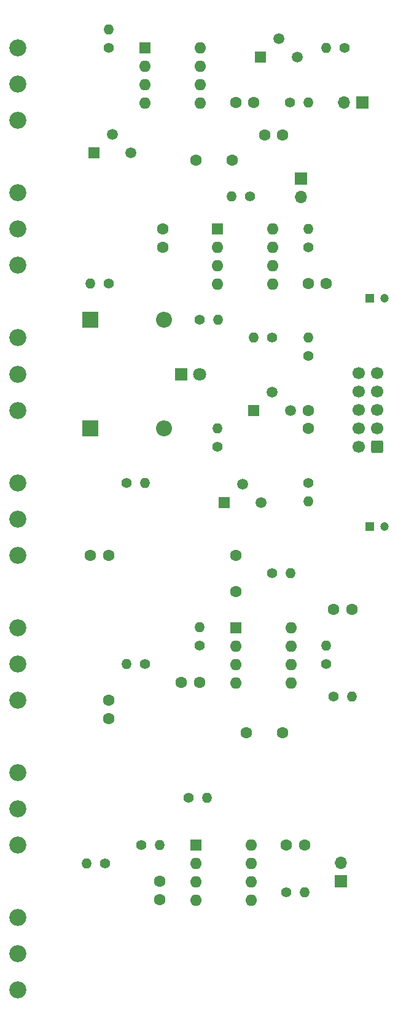
<source format=gts>
G04 #@! TF.GenerationSoftware,KiCad,Pcbnew,6.0.6-3a73a75311~116~ubuntu20.04.1*
G04 #@! TF.CreationDate,2022-07-16T23:38:47+01:00*
G04 #@! TF.ProjectId,555kick,3535356b-6963-46b2-9e6b-696361645f70,rev?*
G04 #@! TF.SameCoordinates,Original*
G04 #@! TF.FileFunction,Soldermask,Top*
G04 #@! TF.FilePolarity,Negative*
%FSLAX46Y46*%
G04 Gerber Fmt 4.6, Leading zero omitted, Abs format (unit mm)*
G04 Created by KiCad (PCBNEW 6.0.6-3a73a75311~116~ubuntu20.04.1) date 2022-07-16 23:38:47*
%MOMM*%
%LPD*%
G01*
G04 APERTURE LIST*
G04 Aperture macros list*
%AMRoundRect*
0 Rectangle with rounded corners*
0 $1 Rounding radius*
0 $2 $3 $4 $5 $6 $7 $8 $9 X,Y pos of 4 corners*
0 Add a 4 corners polygon primitive as box body*
4,1,4,$2,$3,$4,$5,$6,$7,$8,$9,$2,$3,0*
0 Add four circle primitives for the rounded corners*
1,1,$1+$1,$2,$3*
1,1,$1+$1,$4,$5*
1,1,$1+$1,$6,$7*
1,1,$1+$1,$8,$9*
0 Add four rect primitives between the rounded corners*
20,1,$1+$1,$2,$3,$4,$5,0*
20,1,$1+$1,$4,$5,$6,$7,0*
20,1,$1+$1,$6,$7,$8,$9,0*
20,1,$1+$1,$8,$9,$2,$3,0*%
G04 Aperture macros list end*
%ADD10O,1.600000X1.600000*%
%ADD11R,1.600000X1.600000*%
%ADD12C,2.340000*%
%ADD13C,1.600000*%
%ADD14C,1.200000*%
%ADD15R,1.200000X1.200000*%
%ADD16C,1.800000*%
%ADD17R,1.800000X1.800000*%
%ADD18O,2.200000X2.200000*%
%ADD19R,2.200000X2.200000*%
%ADD20R,1.700000X1.700000*%
%ADD21O,1.700000X1.700000*%
%ADD22RoundRect,0.250000X0.600000X0.600000X-0.600000X0.600000X-0.600000X-0.600000X0.600000X-0.600000X0*%
%ADD23C,1.700000*%
%ADD24C,1.500000*%
%ADD25R,1.500000X1.500000*%
%ADD26O,1.400000X1.400000*%
%ADD27C,1.400000*%
G04 APERTURE END LIST*
D10*
X137620000Y-49500000D03*
X137620000Y-52040000D03*
X137620000Y-54580000D03*
X137620000Y-57120000D03*
X130000000Y-57120000D03*
X130000000Y-54580000D03*
X130000000Y-52040000D03*
D11*
X130000000Y-49500000D03*
D12*
X112500000Y-139500000D03*
X112500000Y-134500000D03*
X112500000Y-129500000D03*
X112500000Y-109500000D03*
X112500000Y-114500000D03*
X112500000Y-119500000D03*
D13*
X149000000Y-61500000D03*
X146500000Y-61500000D03*
D14*
X163000000Y-84000000D03*
D15*
X161000000Y-84000000D03*
D14*
X163000000Y-115500000D03*
D15*
X161000000Y-115500000D03*
D13*
X145000000Y-57000000D03*
X142500000Y-57000000D03*
X142000000Y-65000000D03*
X137000000Y-65000000D03*
X152000000Y-159500000D03*
X149500000Y-159500000D03*
X132000000Y-167000000D03*
X132000000Y-164500000D03*
X132500000Y-74500000D03*
X132500000Y-77000000D03*
X155000000Y-82000000D03*
X152500000Y-82000000D03*
X158500000Y-127000000D03*
X156000000Y-127000000D03*
X137500000Y-137000000D03*
X135000000Y-137000000D03*
X144000000Y-144000000D03*
X149000000Y-144000000D03*
X125000000Y-142000000D03*
X125000000Y-139500000D03*
X125000000Y-119500000D03*
X122500000Y-119500000D03*
X142500000Y-119500000D03*
X142500000Y-124500000D03*
X152500000Y-99500000D03*
X152500000Y-102000000D03*
D16*
X137540000Y-94500000D03*
D17*
X135000000Y-94500000D03*
D18*
X132660000Y-87000000D03*
D19*
X122500000Y-87000000D03*
D18*
X132660000Y-102000000D03*
D19*
X122500000Y-102000000D03*
D12*
X112500000Y-59500000D03*
X112500000Y-54500000D03*
X112500000Y-49500000D03*
X112500000Y-79500000D03*
X112500000Y-74500000D03*
X112500000Y-69500000D03*
D20*
X160000000Y-57000000D03*
D21*
X157460000Y-57000000D03*
D22*
X162000000Y-104500000D03*
D23*
X159460000Y-104500000D03*
X162000000Y-101960000D03*
X159460000Y-101960000D03*
X162000000Y-99420000D03*
X159460000Y-99420000D03*
X162000000Y-96880000D03*
X159460000Y-96880000D03*
X162000000Y-94340000D03*
X159460000Y-94340000D03*
D21*
X157000000Y-161920000D03*
D20*
X157000000Y-164460000D03*
D12*
X112500000Y-179500000D03*
X112500000Y-174500000D03*
X112500000Y-169500000D03*
X112500000Y-159500000D03*
X112500000Y-154500000D03*
X112500000Y-149500000D03*
X112500000Y-99500000D03*
X112500000Y-94500000D03*
X112500000Y-89500000D03*
D24*
X151040000Y-50770000D03*
X148500000Y-48230000D03*
D25*
X145960000Y-50770000D03*
D24*
X150080000Y-99500000D03*
X147540000Y-96960000D03*
D25*
X145000000Y-99500000D03*
X140960000Y-112270000D03*
D24*
X143500000Y-109730000D03*
X146040000Y-112270000D03*
X128040000Y-64000000D03*
X125500000Y-61460000D03*
D25*
X122960000Y-64000000D03*
D26*
X154960000Y-49500000D03*
D27*
X157500000Y-49500000D03*
D26*
X152500000Y-57000000D03*
D27*
X149960000Y-57000000D03*
D26*
X125000000Y-46960000D03*
D27*
X125000000Y-49500000D03*
D26*
X152040000Y-166000000D03*
D27*
X149500000Y-166000000D03*
D26*
X145000000Y-89500000D03*
D27*
X147540000Y-89500000D03*
D26*
X138540000Y-153000000D03*
D27*
X136000000Y-153000000D03*
D26*
X132040000Y-159500000D03*
D27*
X129500000Y-159500000D03*
D26*
X152500000Y-74460000D03*
D27*
X152500000Y-77000000D03*
D26*
X127460000Y-134500000D03*
D27*
X130000000Y-134500000D03*
D26*
X121960000Y-162000000D03*
D27*
X124500000Y-162000000D03*
D26*
X155000000Y-131960000D03*
D27*
X155000000Y-134500000D03*
D26*
X122460000Y-82000000D03*
D27*
X125000000Y-82000000D03*
D26*
X158540000Y-139000000D03*
D27*
X156000000Y-139000000D03*
D26*
X130040000Y-109500000D03*
D27*
X127500000Y-109500000D03*
D26*
X140000000Y-101960000D03*
D27*
X140000000Y-104500000D03*
D26*
X152500000Y-89460000D03*
D27*
X152500000Y-92000000D03*
D26*
X137500000Y-129460000D03*
D27*
X137500000Y-132000000D03*
D26*
X140040000Y-87000000D03*
D27*
X137500000Y-87000000D03*
D26*
X152500000Y-112040000D03*
D27*
X152500000Y-109500000D03*
D26*
X150040000Y-122000000D03*
D27*
X147500000Y-122000000D03*
D26*
X141960000Y-70000000D03*
D27*
X144500000Y-70000000D03*
D21*
X151500000Y-70040000D03*
D20*
X151500000Y-67500000D03*
D10*
X144620000Y-159500000D03*
X144620000Y-162040000D03*
X144620000Y-164580000D03*
X144620000Y-167120000D03*
X137000000Y-167120000D03*
X137000000Y-164580000D03*
X137000000Y-162040000D03*
D11*
X137000000Y-159500000D03*
D10*
X150120000Y-129500000D03*
X150120000Y-132040000D03*
X150120000Y-134580000D03*
X150120000Y-137120000D03*
X142500000Y-137120000D03*
X142500000Y-134580000D03*
X142500000Y-132040000D03*
D11*
X142500000Y-129500000D03*
D10*
X147620000Y-74500000D03*
X147620000Y-77040000D03*
X147620000Y-79580000D03*
X147620000Y-82120000D03*
X140000000Y-82120000D03*
X140000000Y-79580000D03*
X140000000Y-77040000D03*
D11*
X140000000Y-74500000D03*
M02*

</source>
